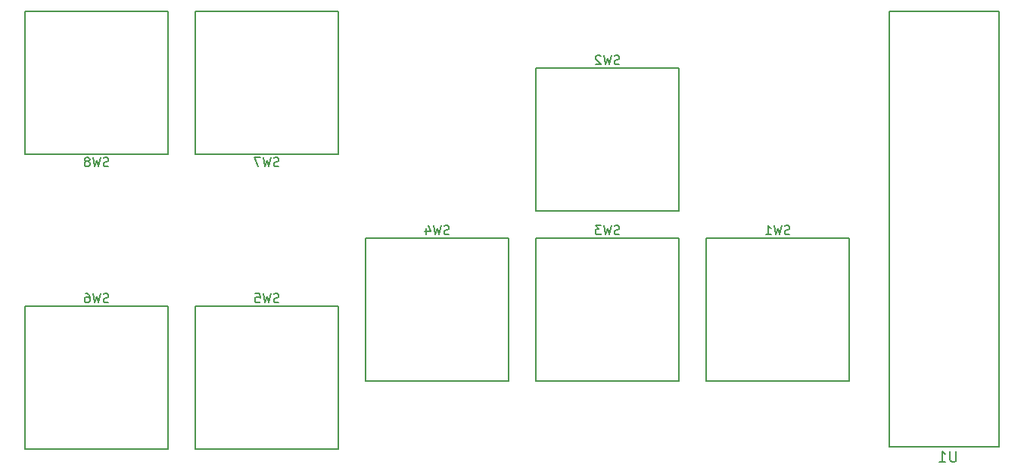
<source format=gbr>
G04 #@! TF.FileFunction,Legend,Bot*
%FSLAX46Y46*%
G04 Gerber Fmt 4.6, Leading zero omitted, Abs format (unit mm)*
G04 Created by KiCad (PCBNEW 4.0.4-stable) date 10/20/17 22:24:28*
%MOMM*%
%LPD*%
G01*
G04 APERTURE LIST*
%ADD10C,0.100000*%
%ADD11C,0.150000*%
G04 APERTURE END LIST*
D10*
D11*
X138050000Y-118490000D02*
X154050000Y-118490000D01*
X154050000Y-118490000D02*
X154050000Y-102490000D01*
X154050000Y-102490000D02*
X138050000Y-102490000D01*
X138050000Y-102490000D02*
X138050000Y-118490000D01*
X157100000Y-118490000D02*
X173100000Y-118490000D01*
X173100000Y-118490000D02*
X173100000Y-102490000D01*
X173100000Y-102490000D02*
X157100000Y-102490000D01*
X157100000Y-102490000D02*
X157100000Y-118490000D01*
X119000000Y-118490000D02*
X135000000Y-118490000D01*
X135000000Y-118490000D02*
X135000000Y-102490000D01*
X135000000Y-102490000D02*
X119000000Y-102490000D01*
X119000000Y-102490000D02*
X119000000Y-118490000D01*
X189865000Y-77089000D02*
X189865000Y-125857000D01*
X189865000Y-125857000D02*
X177546000Y-125857000D01*
X177546000Y-125857000D02*
X177546000Y-77089000D01*
X177546000Y-77089000D02*
X189865000Y-77089000D01*
X96900000Y-77090000D02*
X80900000Y-77090000D01*
X80900000Y-77090000D02*
X80900000Y-93090000D01*
X80900000Y-93090000D02*
X96900000Y-93090000D01*
X96900000Y-93090000D02*
X96900000Y-77090000D01*
X80900000Y-126110000D02*
X96900000Y-126110000D01*
X96900000Y-126110000D02*
X96900000Y-110110000D01*
X96900000Y-110110000D02*
X80900000Y-110110000D01*
X80900000Y-110110000D02*
X80900000Y-126110000D01*
X99950000Y-126110000D02*
X115950000Y-126110000D01*
X115950000Y-126110000D02*
X115950000Y-110110000D01*
X115950000Y-110110000D02*
X99950000Y-110110000D01*
X99950000Y-110110000D02*
X99950000Y-126110000D01*
X138050000Y-99440000D02*
X154050000Y-99440000D01*
X154050000Y-99440000D02*
X154050000Y-83440000D01*
X154050000Y-83440000D02*
X138050000Y-83440000D01*
X138050000Y-83440000D02*
X138050000Y-99440000D01*
X115950000Y-77090000D02*
X99950000Y-77090000D01*
X99950000Y-77090000D02*
X99950000Y-93090000D01*
X99950000Y-93090000D02*
X115950000Y-93090000D01*
X115950000Y-93090000D02*
X115950000Y-77090000D01*
X147383333Y-102004762D02*
X147240476Y-102052381D01*
X147002380Y-102052381D01*
X146907142Y-102004762D01*
X146859523Y-101957143D01*
X146811904Y-101861905D01*
X146811904Y-101766667D01*
X146859523Y-101671429D01*
X146907142Y-101623810D01*
X147002380Y-101576190D01*
X147192857Y-101528571D01*
X147288095Y-101480952D01*
X147335714Y-101433333D01*
X147383333Y-101338095D01*
X147383333Y-101242857D01*
X147335714Y-101147619D01*
X147288095Y-101100000D01*
X147192857Y-101052381D01*
X146954761Y-101052381D01*
X146811904Y-101100000D01*
X146478571Y-101052381D02*
X146240476Y-102052381D01*
X146049999Y-101338095D01*
X145859523Y-102052381D01*
X145621428Y-101052381D01*
X145335714Y-101052381D02*
X144716666Y-101052381D01*
X145050000Y-101433333D01*
X144907142Y-101433333D01*
X144811904Y-101480952D01*
X144764285Y-101528571D01*
X144716666Y-101623810D01*
X144716666Y-101861905D01*
X144764285Y-101957143D01*
X144811904Y-102004762D01*
X144907142Y-102052381D01*
X145192857Y-102052381D01*
X145288095Y-102004762D01*
X145335714Y-101957143D01*
X166433333Y-102004762D02*
X166290476Y-102052381D01*
X166052380Y-102052381D01*
X165957142Y-102004762D01*
X165909523Y-101957143D01*
X165861904Y-101861905D01*
X165861904Y-101766667D01*
X165909523Y-101671429D01*
X165957142Y-101623810D01*
X166052380Y-101576190D01*
X166242857Y-101528571D01*
X166338095Y-101480952D01*
X166385714Y-101433333D01*
X166433333Y-101338095D01*
X166433333Y-101242857D01*
X166385714Y-101147619D01*
X166338095Y-101100000D01*
X166242857Y-101052381D01*
X166004761Y-101052381D01*
X165861904Y-101100000D01*
X165528571Y-101052381D02*
X165290476Y-102052381D01*
X165099999Y-101338095D01*
X164909523Y-102052381D01*
X164671428Y-101052381D01*
X163766666Y-102052381D02*
X164338095Y-102052381D01*
X164052381Y-102052381D02*
X164052381Y-101052381D01*
X164147619Y-101195238D01*
X164242857Y-101290476D01*
X164338095Y-101338095D01*
X128333333Y-102004762D02*
X128190476Y-102052381D01*
X127952380Y-102052381D01*
X127857142Y-102004762D01*
X127809523Y-101957143D01*
X127761904Y-101861905D01*
X127761904Y-101766667D01*
X127809523Y-101671429D01*
X127857142Y-101623810D01*
X127952380Y-101576190D01*
X128142857Y-101528571D01*
X128238095Y-101480952D01*
X128285714Y-101433333D01*
X128333333Y-101338095D01*
X128333333Y-101242857D01*
X128285714Y-101147619D01*
X128238095Y-101100000D01*
X128142857Y-101052381D01*
X127904761Y-101052381D01*
X127761904Y-101100000D01*
X127428571Y-101052381D02*
X127190476Y-102052381D01*
X126999999Y-101338095D01*
X126809523Y-102052381D01*
X126571428Y-101052381D01*
X125761904Y-101385714D02*
X125761904Y-102052381D01*
X126000000Y-101004762D02*
X126238095Y-101719048D01*
X125619047Y-101719048D01*
X185064286Y-126342857D02*
X185064286Y-127314286D01*
X185007143Y-127428571D01*
X184950000Y-127485714D01*
X184835714Y-127542857D01*
X184607143Y-127542857D01*
X184492857Y-127485714D01*
X184435714Y-127428571D01*
X184378571Y-127314286D01*
X184378571Y-126342857D01*
X183178571Y-127542857D02*
X183864286Y-127542857D01*
X183521428Y-127542857D02*
X183521428Y-126342857D01*
X183635714Y-126514286D01*
X183750000Y-126628571D01*
X183864286Y-126685714D01*
X90233333Y-94384762D02*
X90090476Y-94432381D01*
X89852380Y-94432381D01*
X89757142Y-94384762D01*
X89709523Y-94337143D01*
X89661904Y-94241905D01*
X89661904Y-94146667D01*
X89709523Y-94051429D01*
X89757142Y-94003810D01*
X89852380Y-93956190D01*
X90042857Y-93908571D01*
X90138095Y-93860952D01*
X90185714Y-93813333D01*
X90233333Y-93718095D01*
X90233333Y-93622857D01*
X90185714Y-93527619D01*
X90138095Y-93480000D01*
X90042857Y-93432381D01*
X89804761Y-93432381D01*
X89661904Y-93480000D01*
X89328571Y-93432381D02*
X89090476Y-94432381D01*
X88899999Y-93718095D01*
X88709523Y-94432381D01*
X88471428Y-93432381D01*
X87947619Y-93860952D02*
X88042857Y-93813333D01*
X88090476Y-93765714D01*
X88138095Y-93670476D01*
X88138095Y-93622857D01*
X88090476Y-93527619D01*
X88042857Y-93480000D01*
X87947619Y-93432381D01*
X87757142Y-93432381D01*
X87661904Y-93480000D01*
X87614285Y-93527619D01*
X87566666Y-93622857D01*
X87566666Y-93670476D01*
X87614285Y-93765714D01*
X87661904Y-93813333D01*
X87757142Y-93860952D01*
X87947619Y-93860952D01*
X88042857Y-93908571D01*
X88090476Y-93956190D01*
X88138095Y-94051429D01*
X88138095Y-94241905D01*
X88090476Y-94337143D01*
X88042857Y-94384762D01*
X87947619Y-94432381D01*
X87757142Y-94432381D01*
X87661904Y-94384762D01*
X87614285Y-94337143D01*
X87566666Y-94241905D01*
X87566666Y-94051429D01*
X87614285Y-93956190D01*
X87661904Y-93908571D01*
X87757142Y-93860952D01*
X90233333Y-109624762D02*
X90090476Y-109672381D01*
X89852380Y-109672381D01*
X89757142Y-109624762D01*
X89709523Y-109577143D01*
X89661904Y-109481905D01*
X89661904Y-109386667D01*
X89709523Y-109291429D01*
X89757142Y-109243810D01*
X89852380Y-109196190D01*
X90042857Y-109148571D01*
X90138095Y-109100952D01*
X90185714Y-109053333D01*
X90233333Y-108958095D01*
X90233333Y-108862857D01*
X90185714Y-108767619D01*
X90138095Y-108720000D01*
X90042857Y-108672381D01*
X89804761Y-108672381D01*
X89661904Y-108720000D01*
X89328571Y-108672381D02*
X89090476Y-109672381D01*
X88899999Y-108958095D01*
X88709523Y-109672381D01*
X88471428Y-108672381D01*
X87661904Y-108672381D02*
X87852381Y-108672381D01*
X87947619Y-108720000D01*
X87995238Y-108767619D01*
X88090476Y-108910476D01*
X88138095Y-109100952D01*
X88138095Y-109481905D01*
X88090476Y-109577143D01*
X88042857Y-109624762D01*
X87947619Y-109672381D01*
X87757142Y-109672381D01*
X87661904Y-109624762D01*
X87614285Y-109577143D01*
X87566666Y-109481905D01*
X87566666Y-109243810D01*
X87614285Y-109148571D01*
X87661904Y-109100952D01*
X87757142Y-109053333D01*
X87947619Y-109053333D01*
X88042857Y-109100952D01*
X88090476Y-109148571D01*
X88138095Y-109243810D01*
X109283333Y-109624762D02*
X109140476Y-109672381D01*
X108902380Y-109672381D01*
X108807142Y-109624762D01*
X108759523Y-109577143D01*
X108711904Y-109481905D01*
X108711904Y-109386667D01*
X108759523Y-109291429D01*
X108807142Y-109243810D01*
X108902380Y-109196190D01*
X109092857Y-109148571D01*
X109188095Y-109100952D01*
X109235714Y-109053333D01*
X109283333Y-108958095D01*
X109283333Y-108862857D01*
X109235714Y-108767619D01*
X109188095Y-108720000D01*
X109092857Y-108672381D01*
X108854761Y-108672381D01*
X108711904Y-108720000D01*
X108378571Y-108672381D02*
X108140476Y-109672381D01*
X107949999Y-108958095D01*
X107759523Y-109672381D01*
X107521428Y-108672381D01*
X106664285Y-108672381D02*
X107140476Y-108672381D01*
X107188095Y-109148571D01*
X107140476Y-109100952D01*
X107045238Y-109053333D01*
X106807142Y-109053333D01*
X106711904Y-109100952D01*
X106664285Y-109148571D01*
X106616666Y-109243810D01*
X106616666Y-109481905D01*
X106664285Y-109577143D01*
X106711904Y-109624762D01*
X106807142Y-109672381D01*
X107045238Y-109672381D01*
X107140476Y-109624762D01*
X107188095Y-109577143D01*
X147383333Y-82954762D02*
X147240476Y-83002381D01*
X147002380Y-83002381D01*
X146907142Y-82954762D01*
X146859523Y-82907143D01*
X146811904Y-82811905D01*
X146811904Y-82716667D01*
X146859523Y-82621429D01*
X146907142Y-82573810D01*
X147002380Y-82526190D01*
X147192857Y-82478571D01*
X147288095Y-82430952D01*
X147335714Y-82383333D01*
X147383333Y-82288095D01*
X147383333Y-82192857D01*
X147335714Y-82097619D01*
X147288095Y-82050000D01*
X147192857Y-82002381D01*
X146954761Y-82002381D01*
X146811904Y-82050000D01*
X146478571Y-82002381D02*
X146240476Y-83002381D01*
X146049999Y-82288095D01*
X145859523Y-83002381D01*
X145621428Y-82002381D01*
X145288095Y-82097619D02*
X145240476Y-82050000D01*
X145145238Y-82002381D01*
X144907142Y-82002381D01*
X144811904Y-82050000D01*
X144764285Y-82097619D01*
X144716666Y-82192857D01*
X144716666Y-82288095D01*
X144764285Y-82430952D01*
X145335714Y-83002381D01*
X144716666Y-83002381D01*
X109283333Y-94384762D02*
X109140476Y-94432381D01*
X108902380Y-94432381D01*
X108807142Y-94384762D01*
X108759523Y-94337143D01*
X108711904Y-94241905D01*
X108711904Y-94146667D01*
X108759523Y-94051429D01*
X108807142Y-94003810D01*
X108902380Y-93956190D01*
X109092857Y-93908571D01*
X109188095Y-93860952D01*
X109235714Y-93813333D01*
X109283333Y-93718095D01*
X109283333Y-93622857D01*
X109235714Y-93527619D01*
X109188095Y-93480000D01*
X109092857Y-93432381D01*
X108854761Y-93432381D01*
X108711904Y-93480000D01*
X108378571Y-93432381D02*
X108140476Y-94432381D01*
X107949999Y-93718095D01*
X107759523Y-94432381D01*
X107521428Y-93432381D01*
X107235714Y-93432381D02*
X106569047Y-93432381D01*
X106997619Y-94432381D01*
M02*

</source>
